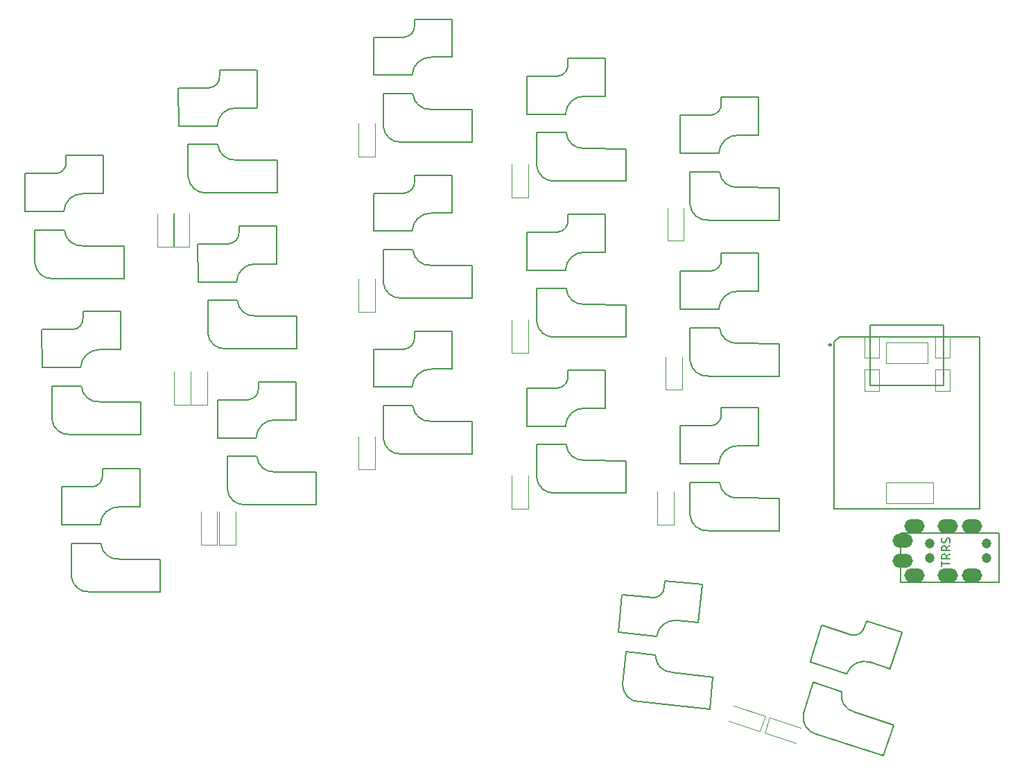
<source format=gto>
%TF.GenerationSoftware,KiCad,Pcbnew,(6.0.7)*%
%TF.CreationDate,2022-09-04T11:35:24+09:00*%
%TF.ProjectId,selen-full,73656c65-6e2d-4667-956c-6c2e6b696361,rev?*%
%TF.SameCoordinates,Original*%
%TF.FileFunction,Legend,Top*%
%TF.FilePolarity,Positive*%
%FSLAX46Y46*%
G04 Gerber Fmt 4.6, Leading zero omitted, Abs format (unit mm)*
G04 Created by KiCad (PCBNEW (6.0.7)) date 2022-09-04 11:35:24*
%MOMM*%
%LPD*%
G01*
G04 APERTURE LIST*
%ADD10C,0.150000*%
%ADD11C,0.120000*%
%ADD12C,0.066040*%
%ADD13C,0.127000*%
%ADD14C,0.254000*%
%ADD15C,1.200000*%
%ADD16O,2.500000X1.700000*%
G04 APERTURE END LIST*
D10*
%TO.C,J1*%
X204986380Y-122886904D02*
X204986380Y-122315476D01*
X205986380Y-122601190D02*
X204986380Y-122601190D01*
X205986380Y-121410714D02*
X205510190Y-121744047D01*
X205986380Y-121982142D02*
X204986380Y-121982142D01*
X204986380Y-121601190D01*
X205034000Y-121505952D01*
X205081619Y-121458333D01*
X205176857Y-121410714D01*
X205319714Y-121410714D01*
X205414952Y-121458333D01*
X205462571Y-121505952D01*
X205510190Y-121601190D01*
X205510190Y-121982142D01*
X205986380Y-120410714D02*
X205510190Y-120744047D01*
X205986380Y-120982142D02*
X204986380Y-120982142D01*
X204986380Y-120601190D01*
X205034000Y-120505952D01*
X205081619Y-120458333D01*
X205176857Y-120410714D01*
X205319714Y-120410714D01*
X205414952Y-120458333D01*
X205462571Y-120505952D01*
X205510190Y-120601190D01*
X205510190Y-120982142D01*
X205938761Y-120029761D02*
X205986380Y-119886904D01*
X205986380Y-119648809D01*
X205938761Y-119553571D01*
X205891142Y-119505952D01*
X205795904Y-119458333D01*
X205700666Y-119458333D01*
X205605428Y-119505952D01*
X205557809Y-119553571D01*
X205510190Y-119648809D01*
X205462571Y-119839285D01*
X205414952Y-119934523D01*
X205367333Y-119982142D01*
X205272095Y-120029761D01*
X205176857Y-120029761D01*
X205081619Y-119982142D01*
X205034000Y-119934523D01*
X204986380Y-119839285D01*
X204986380Y-119601190D01*
X205034000Y-119458333D01*
D11*
%TO.C,D9*%
X154500000Y-96850000D02*
X154500000Y-92800000D01*
X152500000Y-96850000D02*
X152500000Y-92800000D01*
X152500000Y-96850000D02*
X154500000Y-96850000D01*
%TO.C,D4*%
X152500000Y-77850000D02*
X152500000Y-73800000D01*
X152500000Y-77850000D02*
X154500000Y-77850000D01*
X154500000Y-77850000D02*
X154500000Y-73800000D01*
%TO.C,D12*%
X116750000Y-120284000D02*
X118750000Y-120284000D01*
X116750000Y-120284000D02*
X116750000Y-116234000D01*
X118750000Y-120284000D02*
X118750000Y-116234000D01*
%TO.C,D17*%
X183940830Y-141348083D02*
X183322796Y-143250196D01*
X183940830Y-141348083D02*
X187792609Y-142599601D01*
X183322796Y-143250196D02*
X187174575Y-144501714D01*
D10*
%TO.C,SW1*%
X102605000Y-72737500D02*
X98055000Y-72737500D01*
X96830000Y-74937500D02*
X93055000Y-74937500D01*
X94230000Y-81858500D02*
X97840000Y-81858500D01*
X98050000Y-73462500D02*
X98050000Y-72762500D01*
X105130000Y-83812500D02*
X100080000Y-83766500D01*
X105130000Y-83858500D02*
X105130000Y-87766500D01*
X94230000Y-85812500D02*
X94230000Y-81867500D01*
X93055000Y-79562500D02*
X93030000Y-74962500D01*
X97755000Y-79587500D02*
X93055000Y-79587500D01*
X105130000Y-87766500D02*
X96505000Y-87766500D01*
X102605000Y-77387500D02*
X100055000Y-77387500D01*
X102630000Y-77362500D02*
X102630000Y-72762500D01*
X96830000Y-74932500D02*
G75*
G03*
X98050000Y-73512500I-100000J1320000D01*
G01*
X100130000Y-77392500D02*
G75*
G03*
X97760000Y-79562500I-100000J-2270000D01*
G01*
X94241000Y-85882500D02*
G75*
G03*
X96505000Y-87766500I2074000J190000D01*
G01*
X97845000Y-81882500D02*
G75*
G03*
X100105000Y-83762500I2070000J190000D01*
G01*
%TO.C,SW13*%
X136775000Y-107243750D02*
X136775000Y-103298750D01*
X136775000Y-103289750D02*
X140385000Y-103289750D01*
X145150000Y-94168750D02*
X140600000Y-94168750D01*
X145175000Y-98793750D02*
X145175000Y-94193750D01*
X147675000Y-105289750D02*
X147675000Y-109197750D01*
X139375000Y-96368750D02*
X135600000Y-96368750D01*
X147675000Y-105243750D02*
X142625000Y-105197750D01*
X145150000Y-98818750D02*
X142600000Y-98818750D01*
X147675000Y-109197750D02*
X139050000Y-109197750D01*
X140300000Y-101018750D02*
X135600000Y-101018750D01*
X140595000Y-94893750D02*
X140595000Y-94193750D01*
X135600000Y-100993750D02*
X135575000Y-96393750D01*
X140390000Y-103313750D02*
G75*
G03*
X142650000Y-105193750I2070000J190000D01*
G01*
X142675000Y-98823750D02*
G75*
G03*
X140305000Y-100993750I-100000J-2270000D01*
G01*
X136786000Y-107313750D02*
G75*
G03*
X139050000Y-109197750I2074000J190000D01*
G01*
X139375000Y-96363750D02*
G75*
G03*
X140595000Y-94943750I-100000J1320000D01*
G01*
D11*
%TO.C,D15*%
X170250000Y-117850000D02*
X170250000Y-113800000D01*
X170250000Y-117850000D02*
X172250000Y-117850000D01*
X172250000Y-117850000D02*
X172250000Y-113800000D01*
%TO.C,D8*%
X133750000Y-91850000D02*
X135750000Y-91850000D01*
X135750000Y-91850000D02*
X135750000Y-87800000D01*
X133750000Y-91850000D02*
X133750000Y-87800000D01*
D10*
%TO.C,SW7*%
X119163750Y-82035000D02*
X119163750Y-81335000D01*
X126243750Y-92385000D02*
X121193750Y-92339000D01*
X118868750Y-88160000D02*
X114168750Y-88160000D01*
X126243750Y-96339000D02*
X117618750Y-96339000D01*
X115343750Y-90431000D02*
X118953750Y-90431000D01*
X126243750Y-92431000D02*
X126243750Y-96339000D01*
X115343750Y-94385000D02*
X115343750Y-90440000D01*
X123718750Y-85960000D02*
X121168750Y-85960000D01*
X123718750Y-81310000D02*
X119168750Y-81310000D01*
X114168750Y-88135000D02*
X114143750Y-83535000D01*
X123743750Y-85935000D02*
X123743750Y-81335000D01*
X117943750Y-83510000D02*
X114168750Y-83510000D01*
X115354750Y-94455000D02*
G75*
G03*
X117618750Y-96339000I2074000J190000D01*
G01*
X121243750Y-85965000D02*
G75*
G03*
X118873750Y-88135000I-100000J-2270000D01*
G01*
X117943750Y-83505000D02*
G75*
G03*
X119163750Y-82085000I-100000J1320000D01*
G01*
X118958750Y-90455000D02*
G75*
G03*
X121218750Y-92335000I2070000J190000D01*
G01*
D11*
%TO.C,D11*%
X114500000Y-120284000D02*
X116500000Y-120284000D01*
X116500000Y-120284000D02*
X116500000Y-116234000D01*
X114500000Y-120284000D02*
X114500000Y-116234000D01*
D10*
%TO.C,SW6*%
X99818750Y-98637500D02*
X95118750Y-98637500D01*
X107193750Y-106816500D02*
X98568750Y-106816500D01*
X104693750Y-96412500D02*
X104693750Y-91812500D01*
X96293750Y-104862500D02*
X96293750Y-100917500D01*
X98893750Y-93987500D02*
X95118750Y-93987500D01*
X104668750Y-91787500D02*
X100118750Y-91787500D01*
X95118750Y-98612500D02*
X95093750Y-94012500D01*
X96293750Y-100908500D02*
X99903750Y-100908500D01*
X100113750Y-92512500D02*
X100113750Y-91812500D01*
X107193750Y-102862500D02*
X102143750Y-102816500D01*
X107193750Y-102908500D02*
X107193750Y-106816500D01*
X104668750Y-96437500D02*
X102118750Y-96437500D01*
X96304750Y-104932500D02*
G75*
G03*
X98568750Y-106816500I2074000J190000D01*
G01*
X98893750Y-93982500D02*
G75*
G03*
X100113750Y-92562500I-100000J1320000D01*
G01*
X99908750Y-100932500D02*
G75*
G03*
X102168750Y-102812500I2070000J190000D01*
G01*
X102193750Y-96442500D02*
G75*
G03*
X99823750Y-98612500I-100000J-2270000D01*
G01*
%TO.C,SW11*%
X107050000Y-110996250D02*
X102500000Y-110996250D01*
X107075000Y-115621250D02*
X107075000Y-111021250D01*
X102495000Y-111721250D02*
X102495000Y-111021250D01*
X97500000Y-117821250D02*
X97475000Y-113221250D01*
X98675000Y-120117250D02*
X102285000Y-120117250D01*
X109575000Y-122071250D02*
X104525000Y-122025250D01*
X101275000Y-113196250D02*
X97500000Y-113196250D01*
X109575000Y-126025250D02*
X100950000Y-126025250D01*
X107050000Y-115646250D02*
X104500000Y-115646250D01*
X102200000Y-117846250D02*
X97500000Y-117846250D01*
X109575000Y-122117250D02*
X109575000Y-126025250D01*
X98675000Y-124071250D02*
X98675000Y-120126250D01*
X98686000Y-124141250D02*
G75*
G03*
X100950000Y-126025250I2074000J190000D01*
G01*
X104575000Y-115651250D02*
G75*
G03*
X102205000Y-117821250I-100000J-2270000D01*
G01*
X101275000Y-113191250D02*
G75*
G03*
X102495000Y-111771250I-100000J1320000D01*
G01*
X102290000Y-120141250D02*
G75*
G03*
X104550000Y-122021250I2070000J190000D01*
G01*
%TO.C,SW8*%
X139375000Y-77318750D02*
X135600000Y-77318750D01*
X140595000Y-75843750D02*
X140595000Y-75143750D01*
X145150000Y-75118750D02*
X140600000Y-75118750D01*
X140300000Y-81968750D02*
X135600000Y-81968750D01*
X147675000Y-90147750D02*
X139050000Y-90147750D01*
X145150000Y-79768750D02*
X142600000Y-79768750D01*
X135600000Y-81943750D02*
X135575000Y-77343750D01*
X136775000Y-84239750D02*
X140385000Y-84239750D01*
X145175000Y-79743750D02*
X145175000Y-75143750D01*
X147675000Y-86193750D02*
X142625000Y-86147750D01*
X136775000Y-88193750D02*
X136775000Y-84248750D01*
X147675000Y-86239750D02*
X147675000Y-90147750D01*
X136786000Y-88263750D02*
G75*
G03*
X139050000Y-90147750I2074000J190000D01*
G01*
X140390000Y-84263750D02*
G75*
G03*
X142650000Y-86143750I2070000J190000D01*
G01*
X142675000Y-79773750D02*
G75*
G03*
X140305000Y-81943750I-100000J-2270000D01*
G01*
X139375000Y-77313750D02*
G75*
G03*
X140595000Y-75893750I-100000J1320000D01*
G01*
%TO.C,SW10*%
X182640000Y-89268750D02*
X182640000Y-84668750D01*
X174240000Y-93764750D02*
X177850000Y-93764750D01*
X177765000Y-91493750D02*
X173065000Y-91493750D01*
X176840000Y-86843750D02*
X173065000Y-86843750D01*
X185140000Y-99672750D02*
X176515000Y-99672750D01*
X174240000Y-97718750D02*
X174240000Y-93773750D01*
X185140000Y-95718750D02*
X180090000Y-95672750D01*
X182615000Y-84643750D02*
X178065000Y-84643750D01*
X178060000Y-85368750D02*
X178060000Y-84668750D01*
X173065000Y-91468750D02*
X173040000Y-86868750D01*
X185140000Y-95764750D02*
X185140000Y-99672750D01*
X182615000Y-89293750D02*
X180065000Y-89293750D01*
X176840000Y-86838750D02*
G75*
G03*
X178060000Y-85418750I-100000J1320000D01*
G01*
X180140000Y-89298750D02*
G75*
G03*
X177770000Y-91468750I-100000J-2270000D01*
G01*
X177855000Y-93788750D02*
G75*
G03*
X180115000Y-95668750I2070000J190000D01*
G01*
X174251000Y-97788750D02*
G75*
G03*
X176515000Y-99672750I2074000J190000D01*
G01*
%TO.C,SW15*%
X176840000Y-105735000D02*
X173065000Y-105735000D01*
X182615000Y-103535000D02*
X178065000Y-103535000D01*
X185140000Y-114610000D02*
X180090000Y-114564000D01*
X177765000Y-110385000D02*
X173065000Y-110385000D01*
X185140000Y-114656000D02*
X185140000Y-118564000D01*
X174240000Y-116610000D02*
X174240000Y-112665000D01*
X185140000Y-118564000D02*
X176515000Y-118564000D01*
X174240000Y-112656000D02*
X177850000Y-112656000D01*
X173065000Y-110360000D02*
X173040000Y-105760000D01*
X182615000Y-108185000D02*
X180065000Y-108185000D01*
X182640000Y-108160000D02*
X182640000Y-103560000D01*
X178060000Y-104260000D02*
X178060000Y-103560000D01*
X177855000Y-112680000D02*
G75*
G03*
X180115000Y-114560000I2070000J190000D01*
G01*
X176840000Y-105730000D02*
G75*
G03*
X178060000Y-104310000I-100000J1320000D01*
G01*
X180140000Y-108190000D02*
G75*
G03*
X177770000Y-110360000I-100000J-2270000D01*
G01*
X174251000Y-116680000D02*
G75*
G03*
X176515000Y-118564000I2074000J190000D01*
G01*
%TO.C,SW3*%
X145175000Y-60693750D02*
X145175000Y-56093750D01*
X147675000Y-71097750D02*
X139050000Y-71097750D01*
X136775000Y-65189750D02*
X140385000Y-65189750D01*
X135600000Y-62893750D02*
X135575000Y-58293750D01*
X147675000Y-67189750D02*
X147675000Y-71097750D01*
X145150000Y-60718750D02*
X142600000Y-60718750D01*
X140300000Y-62918750D02*
X135600000Y-62918750D01*
X139375000Y-58268750D02*
X135600000Y-58268750D01*
X136775000Y-69143750D02*
X136775000Y-65198750D01*
X147675000Y-67143750D02*
X142625000Y-67097750D01*
X145150000Y-56068750D02*
X140600000Y-56068750D01*
X140595000Y-56793750D02*
X140595000Y-56093750D01*
X136786000Y-69213750D02*
G75*
G03*
X139050000Y-71097750I2074000J190000D01*
G01*
X142675000Y-60723750D02*
G75*
G03*
X140305000Y-62893750I-100000J-2270000D01*
G01*
X140390000Y-65213750D02*
G75*
G03*
X142650000Y-67093750I2070000J190000D01*
G01*
X139375000Y-58263750D02*
G75*
G03*
X140595000Y-56843750I-100000J1320000D01*
G01*
%TO.C,SW16*%
X166007585Y-137282390D02*
X166419950Y-133359001D01*
X166420891Y-133350050D02*
X170011115Y-133727398D01*
X171097586Y-125399343D02*
X171170755Y-124703178D01*
X176643625Y-140365046D02*
X168065874Y-139463488D01*
X177056931Y-136432706D02*
X172039404Y-135859089D01*
X170163965Y-131459954D02*
X165489712Y-130968670D01*
X175217359Y-129778968D02*
X172681328Y-129512421D01*
X165492325Y-130943807D02*
X165948293Y-126366393D01*
X169730089Y-126738738D02*
X165975769Y-126344143D01*
X177052123Y-136478454D02*
X176643625Y-140365046D01*
X175703416Y-125154442D02*
X171178341Y-124678837D01*
X175244835Y-129756719D02*
X175725666Y-125181918D01*
X166011208Y-137353156D02*
G75*
G03*
X168065874Y-139463488I2082499J-27833D01*
G01*
X170013580Y-133751789D02*
G75*
G03*
X172064685Y-135857724I2078520J-27415D01*
G01*
X172755394Y-129525234D02*
G75*
G03*
X170171551Y-131435613I-336732J-2247111D01*
G01*
X169730612Y-126733766D02*
G75*
G03*
X171092359Y-125449069I38525J1323222D01*
G01*
D11*
%TO.C,D3*%
X135750000Y-72850000D02*
X135750000Y-68800000D01*
X133750000Y-72850000D02*
X135750000Y-72850000D01*
X133750000Y-72850000D02*
X133750000Y-68800000D01*
%TO.C,D5*%
X171500000Y-83150000D02*
X171500000Y-79100000D01*
X173500000Y-83150000D02*
X173500000Y-79100000D01*
X171500000Y-83150000D02*
X173500000Y-83150000D01*
%TO.C,D1*%
X109236000Y-83884000D02*
X111236000Y-83884000D01*
X111236000Y-83884000D02*
X111236000Y-79834000D01*
X109236000Y-83884000D02*
X109236000Y-79834000D01*
D10*
%TO.C,SW2*%
X112962500Y-71381000D02*
X116572500Y-71381000D01*
X112962500Y-75335000D02*
X112962500Y-71390000D01*
X123862500Y-73335000D02*
X118812500Y-73289000D01*
X121362500Y-66885000D02*
X121362500Y-62285000D01*
X121337500Y-62260000D02*
X116787500Y-62260000D01*
X116487500Y-69110000D02*
X111787500Y-69110000D01*
X123862500Y-77289000D02*
X115237500Y-77289000D01*
X116782500Y-62985000D02*
X116782500Y-62285000D01*
X123862500Y-73381000D02*
X123862500Y-77289000D01*
X115562500Y-64460000D02*
X111787500Y-64460000D01*
X121337500Y-66910000D02*
X118787500Y-66910000D01*
X111787500Y-69085000D02*
X111762500Y-64485000D01*
X115562500Y-64455000D02*
G75*
G03*
X116782500Y-63035000I-100000J1320000D01*
G01*
X118862500Y-66915000D02*
G75*
G03*
X116492500Y-69085000I-100000J-2270000D01*
G01*
X112973500Y-75405000D02*
G75*
G03*
X115237500Y-77289000I2074000J190000D01*
G01*
X116577500Y-71405000D02*
G75*
G03*
X118837500Y-73285000I2070000J190000D01*
G01*
%TO.C,SW9*%
X163907500Y-84506250D02*
X163907500Y-79906250D01*
X159327500Y-80606250D02*
X159327500Y-79906250D01*
X158107500Y-82081250D02*
X154332500Y-82081250D01*
X159032500Y-86731250D02*
X154332500Y-86731250D01*
X166407500Y-91002250D02*
X166407500Y-94910250D01*
X163882500Y-84531250D02*
X161332500Y-84531250D01*
X166407500Y-94910250D02*
X157782500Y-94910250D01*
X166407500Y-90956250D02*
X161357500Y-90910250D01*
X154332500Y-86706250D02*
X154307500Y-82106250D01*
X163882500Y-79881250D02*
X159332500Y-79881250D01*
X155507500Y-92956250D02*
X155507500Y-89011250D01*
X155507500Y-89002250D02*
X159117500Y-89002250D01*
X161407500Y-84536250D02*
G75*
G03*
X159037500Y-86706250I-100000J-2270000D01*
G01*
X159122500Y-89026250D02*
G75*
G03*
X161382500Y-90906250I2070000J190000D01*
G01*
X155518500Y-93026250D02*
G75*
G03*
X157782500Y-94910250I2074000J190000D01*
G01*
X158107500Y-82076250D02*
G75*
G03*
X159327500Y-80656250I-100000J1320000D01*
G01*
%TO.C,SW5*%
X177765000Y-72443750D02*
X173065000Y-72443750D01*
X178060000Y-66318750D02*
X178060000Y-65618750D01*
X185140000Y-80622750D02*
X176515000Y-80622750D01*
X174240000Y-78668750D02*
X174240000Y-74723750D01*
X185140000Y-76668750D02*
X180090000Y-76622750D01*
X182615000Y-70243750D02*
X180065000Y-70243750D01*
X173065000Y-72418750D02*
X173040000Y-67818750D01*
X182615000Y-65593750D02*
X178065000Y-65593750D01*
X176840000Y-67793750D02*
X173065000Y-67793750D01*
X174240000Y-74714750D02*
X177850000Y-74714750D01*
X185140000Y-76714750D02*
X185140000Y-80622750D01*
X182640000Y-70218750D02*
X182640000Y-65618750D01*
X177855000Y-74738750D02*
G75*
G03*
X180115000Y-76618750I2070000J190000D01*
G01*
X174251000Y-78738750D02*
G75*
G03*
X176515000Y-80622750I2074000J190000D01*
G01*
X180140000Y-70248750D02*
G75*
G03*
X177770000Y-72418750I-100000J-2270000D01*
G01*
X176840000Y-67788750D02*
G75*
G03*
X178060000Y-66368750I-100000J1320000D01*
G01*
D11*
%TO.C,D16*%
X182799716Y-143080235D02*
X178947937Y-141828717D01*
X182799716Y-143080235D02*
X183417750Y-141178122D01*
X183417750Y-141178122D02*
X179565971Y-139926604D01*
%TO.C,D13*%
X133750000Y-111100000D02*
X133750000Y-107050000D01*
X133750000Y-111100000D02*
X135750000Y-111100000D01*
X135750000Y-111100000D02*
X135750000Y-107050000D01*
%TO.C,D10*%
X171250000Y-101350000D02*
X173250000Y-101350000D01*
X171250000Y-101350000D02*
X171250000Y-97300000D01*
X173250000Y-101350000D02*
X173250000Y-97300000D01*
D10*
%TO.C,SW17*%
X198706794Y-135399436D02*
X200128272Y-131024576D01*
X199091276Y-142306293D02*
X194302655Y-140702008D01*
X189328579Y-137079643D02*
X192761893Y-138195194D01*
X193940033Y-131300825D02*
X190349794Y-130134286D01*
X188920591Y-134532922D02*
X190318292Y-130150337D01*
X199077061Y-142350041D02*
X197869423Y-146066770D01*
X195556122Y-130275017D02*
X195772433Y-129609278D01*
X200112221Y-130993074D02*
X195784914Y-129587046D01*
X188106726Y-140840120D02*
X189325798Y-137088202D01*
X198675292Y-135415487D02*
X196250098Y-134627493D01*
X197869423Y-146066770D02*
X189666560Y-143401499D01*
X193382831Y-136009079D02*
X188912865Y-134556699D01*
X188095556Y-140910094D02*
G75*
G03*
X189666560Y-143401499I2031205J-460200D01*
G01*
X193941578Y-131296070D02*
G75*
G03*
X195540671Y-130322570I312796J1286297D01*
G01*
X196319882Y-134655425D02*
G75*
G03*
X193395312Y-135986847I-796574J-2127996D01*
G01*
X192759232Y-138219565D02*
G75*
G03*
X194327668Y-140705929I2027400J-458964D01*
G01*
%TO.C,SW12*%
X126100000Y-100360000D02*
X121550000Y-100360000D01*
X126125000Y-104985000D02*
X126125000Y-100385000D01*
X121250000Y-107210000D02*
X116550000Y-107210000D01*
X117725000Y-109481000D02*
X121335000Y-109481000D01*
X116550000Y-107185000D02*
X116525000Y-102585000D01*
X128625000Y-111435000D02*
X123575000Y-111389000D01*
X120325000Y-102560000D02*
X116550000Y-102560000D01*
X128625000Y-111481000D02*
X128625000Y-115389000D01*
X117725000Y-113435000D02*
X117725000Y-109490000D01*
X121545000Y-101085000D02*
X121545000Y-100385000D01*
X128625000Y-115389000D02*
X120000000Y-115389000D01*
X126100000Y-105010000D02*
X123550000Y-105010000D01*
X120325000Y-102555000D02*
G75*
G03*
X121545000Y-101135000I-100000J1320000D01*
G01*
X123625000Y-105015000D02*
G75*
G03*
X121255000Y-107185000I-100000J-2270000D01*
G01*
X121340000Y-109505000D02*
G75*
G03*
X123600000Y-111385000I2070000J190000D01*
G01*
X117736000Y-113505000D02*
G75*
G03*
X120000000Y-115389000I2074000J190000D01*
G01*
D11*
%TO.C,D14*%
X154500000Y-115850000D02*
X154500000Y-111800000D01*
X152500000Y-115850000D02*
X154500000Y-115850000D01*
X152500000Y-115850000D02*
X152500000Y-111800000D01*
D10*
%TO.C,J1*%
X199984000Y-118875000D02*
X211984000Y-118875000D01*
X199984000Y-124875000D02*
X199984000Y-118875000D01*
X211984000Y-118875000D02*
X211984000Y-124875000D01*
X211984000Y-124875000D02*
X199984000Y-124875000D01*
D11*
%TO.C,D2*%
X113111000Y-83884000D02*
X113111000Y-79834000D01*
X111111000Y-83884000D02*
X111111000Y-79834000D01*
X111111000Y-83884000D02*
X113111000Y-83884000D01*
D10*
%TO.C,SW14*%
X155507500Y-112006250D02*
X155507500Y-108061250D01*
X163882500Y-98931250D02*
X159332500Y-98931250D01*
X158107500Y-101131250D02*
X154332500Y-101131250D01*
X163907500Y-103556250D02*
X163907500Y-98956250D01*
X163882500Y-103581250D02*
X161332500Y-103581250D01*
X155507500Y-108052250D02*
X159117500Y-108052250D01*
X166407500Y-113960250D02*
X157782500Y-113960250D01*
X159327500Y-99656250D02*
X159327500Y-98956250D01*
X154332500Y-105756250D02*
X154307500Y-101156250D01*
X166407500Y-110006250D02*
X161357500Y-109960250D01*
X159032500Y-105781250D02*
X154332500Y-105781250D01*
X166407500Y-110052250D02*
X166407500Y-113960250D01*
X159122500Y-108076250D02*
G75*
G03*
X161382500Y-109956250I2070000J190000D01*
G01*
X161407500Y-103586250D02*
G75*
G03*
X159037500Y-105756250I-100000J-2270000D01*
G01*
X158107500Y-101126250D02*
G75*
G03*
X159327500Y-99706250I-100000J1320000D01*
G01*
X155518500Y-112076250D02*
G75*
G03*
X157782500Y-113960250I2074000J190000D01*
G01*
D11*
%TO.C,D7*%
X113300000Y-103188000D02*
X113300000Y-99138000D01*
X115300000Y-103188000D02*
X115300000Y-99138000D01*
X113300000Y-103188000D02*
X115300000Y-103188000D01*
D10*
%TO.C,SW4*%
X159032500Y-67681250D02*
X154332500Y-67681250D01*
X166407500Y-71906250D02*
X161357500Y-71860250D01*
X159327500Y-61556250D02*
X159327500Y-60856250D01*
X166407500Y-75860250D02*
X157782500Y-75860250D01*
X155507500Y-69952250D02*
X159117500Y-69952250D01*
X155507500Y-73906250D02*
X155507500Y-69961250D01*
X154332500Y-67656250D02*
X154307500Y-63056250D01*
X163882500Y-60831250D02*
X159332500Y-60831250D01*
X166407500Y-71952250D02*
X166407500Y-75860250D01*
X158107500Y-63031250D02*
X154332500Y-63031250D01*
X163907500Y-65456250D02*
X163907500Y-60856250D01*
X163882500Y-65481250D02*
X161332500Y-65481250D01*
X158107500Y-63026250D02*
G75*
G03*
X159327500Y-61606250I-100000J1320000D01*
G01*
X155518500Y-73976250D02*
G75*
G03*
X157782500Y-75860250I2074000J190000D01*
G01*
X161407500Y-65486250D02*
G75*
G03*
X159037500Y-67656250I-100000J-2270000D01*
G01*
X159122500Y-69976250D02*
G75*
G03*
X161382500Y-71856250I2070000J190000D01*
G01*
D12*
%TO.C,U1*%
X204157184Y-97434116D02*
X204157184Y-94767116D01*
X204157184Y-101500656D02*
X205935184Y-101500656D01*
D13*
X205231604Y-100779296D02*
X196232384Y-100779296D01*
X191838184Y-115849116D02*
X209635964Y-115849116D01*
D12*
X198188184Y-95529116D02*
X203268184Y-95529116D01*
D13*
X196232384Y-100779296D02*
X196232384Y-93425996D01*
D12*
X203903184Y-115214116D02*
X203903184Y-112674116D01*
X204157184Y-98831116D02*
X205935184Y-98831116D01*
X203268184Y-98069116D02*
X203268184Y-95529116D01*
X198188184Y-112674116D02*
X203903184Y-112674116D01*
X195521184Y-97434116D02*
X197299184Y-97434116D01*
X205935184Y-97434116D02*
X205935184Y-94767116D01*
D13*
X205231604Y-93425996D02*
X205231604Y-100779296D01*
D12*
X198188184Y-98069116D02*
X203268184Y-98069116D01*
X195521184Y-101500656D02*
X197299184Y-101500656D01*
X198188184Y-98069116D02*
X198188184Y-95529116D01*
X204157184Y-94767116D02*
X205935184Y-94767116D01*
X197299184Y-97434116D02*
X197299184Y-94767116D01*
D13*
X191838184Y-95521496D02*
X191838184Y-115849116D01*
D12*
X195521184Y-101500656D02*
X195521184Y-98831116D01*
D13*
X196237464Y-93425996D02*
X205231604Y-93425996D01*
D12*
X197299184Y-101500656D02*
X197299184Y-98831116D01*
X198188184Y-115214116D02*
X203903184Y-115214116D01*
X204157184Y-97434116D02*
X205935184Y-97434116D01*
X195521184Y-94767116D02*
X197299184Y-94767116D01*
X198188184Y-115214116D02*
X198188184Y-112674116D01*
X195521184Y-98831116D02*
X197299184Y-98831116D01*
X205935184Y-101500656D02*
X205935184Y-98831116D01*
D13*
X192508744Y-94850936D02*
X191838184Y-95521496D01*
X209635964Y-115849116D02*
X209635964Y-94850936D01*
D12*
X204157184Y-101500656D02*
X204157184Y-98831116D01*
D13*
X209635964Y-94850936D02*
X192508744Y-94850936D01*
D12*
X195521184Y-97434116D02*
X195521184Y-94767116D01*
D14*
X191465184Y-95849116D02*
G75*
G03*
X191465184Y-95849116I-127000J0D01*
G01*
D11*
%TO.C,D6*%
X111268000Y-103188000D02*
X113268000Y-103188000D01*
X111268000Y-103188000D02*
X111268000Y-99138000D01*
X113268000Y-103188000D02*
X113268000Y-99138000D01*
%TD*%
D15*
%TO.C,J1*%
X203484000Y-120125000D03*
X210484000Y-120125000D03*
X210484000Y-121875000D03*
X203484000Y-121875000D03*
D16*
X200184000Y-122225000D03*
X200184000Y-119775000D03*
X208684000Y-118025000D03*
X208684000Y-123975000D03*
X205684000Y-123975000D03*
X205684000Y-118025000D03*
X201684000Y-118025000D03*
X201684000Y-123975000D03*
%TD*%
M02*

</source>
